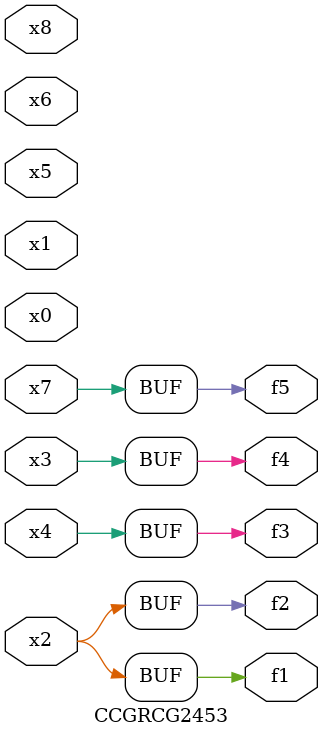
<source format=v>
module CCGRCG2453(
	input x0, x1, x2, x3, x4, x5, x6, x7, x8,
	output f1, f2, f3, f4, f5
);
	assign f1 = x2;
	assign f2 = x2;
	assign f3 = x4;
	assign f4 = x3;
	assign f5 = x7;
endmodule

</source>
